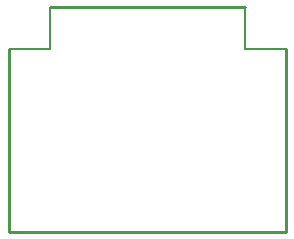
<source format=gbp>
G04 #@! TF.GenerationSoftware,KiCad,Pcbnew,(2018-02-15 revision 29b28de31)-makepkg*
G04 #@! TF.CreationDate,2018-04-28T16:50:53+09:30*
G04 #@! TF.ProjectId,short_oled_ssd1306,73686F72745F6F6C65645F7373643133,rev?*
G04 #@! TF.SameCoordinates,Original*
G04 #@! TF.FileFunction,Paste,Bot*
G04 #@! TF.FilePolarity,Positive*
%FSLAX46Y46*%
G04 Gerber Fmt 4.6, Leading zero omitted, Abs format (unit mm)*
G04 Created by KiCad (PCBNEW (2018-02-15 revision 29b28de31)-makepkg) date 04/28/18 16:50:53*
%MOMM*%
%LPD*%
G01*
G04 APERTURE LIST*
%ADD10C,0.200000*%
%ADD11C,0.254000*%
G04 APERTURE END LIST*
D10*
X199500000Y-131000000D02*
X203000000Y-131000000D01*
X199500000Y-127500000D02*
X199500000Y-131000000D01*
X183000000Y-131000000D02*
X183000000Y-127500000D01*
X179500000Y-131000000D02*
X183000000Y-131000000D01*
D11*
X179500000Y-131000000D02*
X179500000Y-146500000D01*
X203000000Y-131000000D02*
X203000000Y-146500000D01*
X183000000Y-127500000D02*
X199500000Y-127500000D01*
X179500000Y-146500000D02*
X203000000Y-146500000D01*
M02*

</source>
